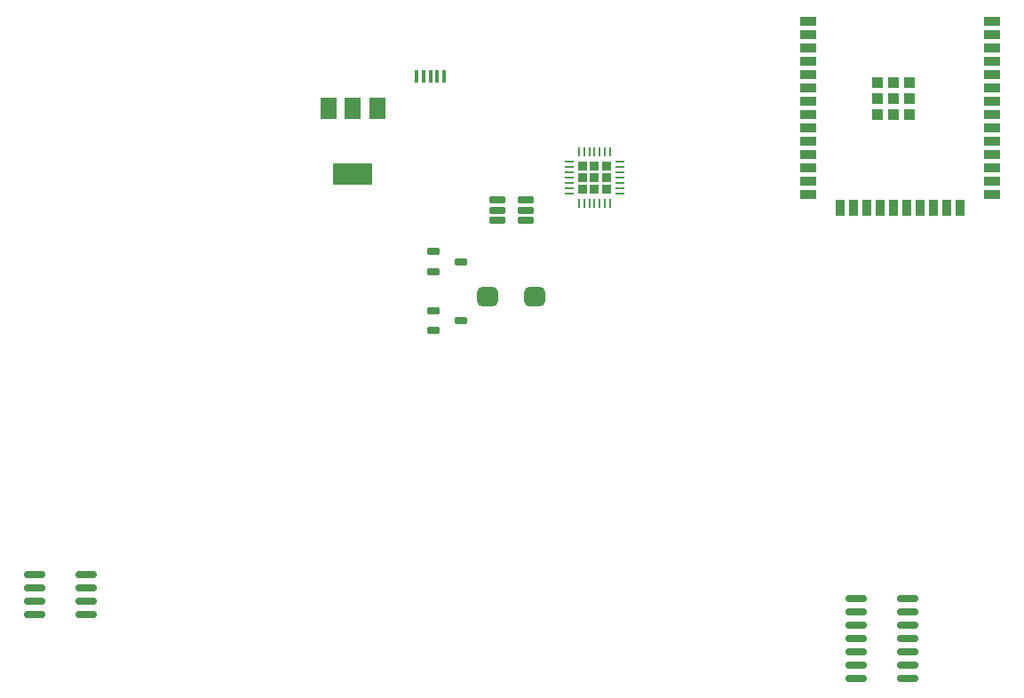
<source format=gbr>
%TF.GenerationSoftware,KiCad,Pcbnew,7.0.7*%
%TF.CreationDate,2024-02-11T13:34:09-07:00*%
%TF.ProjectId,TunerVCO,54756e65-7256-4434-9f2e-6b696361645f,rev?*%
%TF.SameCoordinates,Original*%
%TF.FileFunction,Paste,Top*%
%TF.FilePolarity,Positive*%
%FSLAX46Y46*%
G04 Gerber Fmt 4.6, Leading zero omitted, Abs format (unit mm)*
G04 Created by KiCad (PCBNEW 7.0.7) date 2024-02-11 13:34:09*
%MOMM*%
%LPD*%
G01*
G04 APERTURE LIST*
G04 Aperture macros list*
%AMRoundRect*
0 Rectangle with rounded corners*
0 $1 Rounding radius*
0 $2 $3 $4 $5 $6 $7 $8 $9 X,Y pos of 4 corners*
0 Add a 4 corners polygon primitive as box body*
4,1,4,$2,$3,$4,$5,$6,$7,$8,$9,$2,$3,0*
0 Add four circle primitives for the rounded corners*
1,1,$1+$1,$2,$3*
1,1,$1+$1,$4,$5*
1,1,$1+$1,$6,$7*
1,1,$1+$1,$8,$9*
0 Add four rect primitives between the rounded corners*
20,1,$1+$1,$2,$3,$4,$5,0*
20,1,$1+$1,$4,$5,$6,$7,0*
20,1,$1+$1,$6,$7,$8,$9,0*
20,1,$1+$1,$8,$9,$2,$3,0*%
G04 Aperture macros list end*
%ADD10R,1.500000X0.900000*%
%ADD11R,0.900000X1.500000*%
%ADD12R,1.050000X1.050000*%
%ADD13RoundRect,0.150000X-0.825000X-0.150000X0.825000X-0.150000X0.825000X0.150000X-0.825000X0.150000X0*%
%ADD14R,1.500000X2.000000*%
%ADD15R,3.800000X2.000000*%
%ADD16RoundRect,0.450000X-0.550000X-0.450000X0.550000X-0.450000X0.550000X0.450000X-0.550000X0.450000X0*%
%ADD17R,0.450000X1.300000*%
%ADD18RoundRect,0.162500X-0.447500X-0.162500X0.447500X-0.162500X0.447500X0.162500X-0.447500X0.162500X0*%
%ADD19RoundRect,0.062500X-0.062500X-0.337500X0.062500X-0.337500X0.062500X0.337500X-0.062500X0.337500X0*%
%ADD20RoundRect,0.062500X-0.337500X-0.062500X0.337500X-0.062500X0.337500X0.062500X-0.337500X0.062500X0*%
%ADD21RoundRect,0.225000X-0.225000X-0.225000X0.225000X-0.225000X0.225000X0.225000X-0.225000X0.225000X0*%
%ADD22RoundRect,0.162500X0.617500X0.162500X-0.617500X0.162500X-0.617500X-0.162500X0.617500X-0.162500X0*%
%ADD23RoundRect,0.150000X0.825000X0.150000X-0.825000X0.150000X-0.825000X-0.150000X0.825000X-0.150000X0*%
G04 APERTURE END LIST*
D10*
%TO.C,U304*%
X90912200Y98430000D03*
X90912200Y97160000D03*
X90912200Y95890000D03*
X90912200Y94620000D03*
X90912200Y93350000D03*
X90912200Y92080000D03*
X90912200Y90810000D03*
X90912200Y89540000D03*
X90912200Y88270000D03*
X90912200Y87000000D03*
X90912200Y85730000D03*
X90912200Y84460000D03*
X90912200Y83190000D03*
X90912200Y81920000D03*
D11*
X93952200Y80670000D03*
X95222200Y80670000D03*
X96492200Y80670000D03*
X97762200Y80670000D03*
X99032200Y80670000D03*
X100302200Y80670000D03*
X101572200Y80670000D03*
X102842200Y80670000D03*
X104112200Y80670000D03*
X105382200Y80670000D03*
D10*
X108412200Y81920000D03*
X108412200Y83190000D03*
X108412200Y84460000D03*
X108412200Y85730000D03*
X108412200Y87000000D03*
X108412200Y88270000D03*
X108412200Y89540000D03*
X108412200Y90810000D03*
X108412200Y92080000D03*
X108412200Y93350000D03*
X108412200Y94620000D03*
X108412200Y95890000D03*
X108412200Y97160000D03*
X108412200Y98430000D03*
D12*
X97457200Y92615000D03*
X97457200Y91090000D03*
X97457200Y89565000D03*
X98982200Y92615000D03*
X98982200Y91090000D03*
X98982200Y89565000D03*
X100507200Y92615000D03*
X100507200Y91090000D03*
X100507200Y89565000D03*
%TD*%
D13*
%TO.C,U303*%
X100397000Y43439000D03*
X100397000Y42169000D03*
X100397000Y40899000D03*
X100397000Y39629000D03*
X100397000Y38359000D03*
X100397000Y37089000D03*
X100397000Y35819000D03*
X95447000Y35819000D03*
X95447000Y37089000D03*
X95447000Y38359000D03*
X95447000Y39629000D03*
X95447000Y40899000D03*
X95447000Y42169000D03*
X95447000Y43439000D03*
%TD*%
D14*
%TO.C,U306*%
X45177600Y90150000D03*
X47477600Y90150000D03*
D15*
X47477600Y83850000D03*
D14*
X49777600Y90150000D03*
%TD*%
D16*
%TO.C,L301*%
X64840600Y72201700D03*
X60340600Y72201700D03*
%TD*%
D17*
%TO.C,J302*%
X53574000Y93184200D03*
X54224000Y93184200D03*
X54874000Y93184200D03*
X55524000Y93184200D03*
X56174000Y93184200D03*
%TD*%
D18*
%TO.C,Q302*%
X57739200Y69910200D03*
X55119200Y68960200D03*
X55119200Y70860200D03*
%TD*%
%TO.C,Q301*%
X57790000Y75544600D03*
X55170000Y74594600D03*
X55170000Y76494600D03*
%TD*%
D19*
%TO.C,U305*%
X69015400Y85995600D03*
X69515400Y85995600D03*
X70015400Y85995600D03*
X70515400Y85995600D03*
X71015400Y85995600D03*
X71515400Y85995600D03*
X72015400Y85995600D03*
D20*
X72965400Y85045600D03*
X72965400Y84545600D03*
X72965400Y84045600D03*
X72965400Y83545600D03*
X72965400Y83045600D03*
X72965400Y82545600D03*
X72965400Y82045600D03*
D19*
X72015400Y81095600D03*
X71515400Y81095600D03*
X71015400Y81095600D03*
X70515400Y81095600D03*
X70015400Y81095600D03*
X69515400Y81095600D03*
X69015400Y81095600D03*
D20*
X68065400Y82045600D03*
X68065400Y82545600D03*
X68065400Y83045600D03*
X68065400Y83545600D03*
X68065400Y84045600D03*
X68065400Y84545600D03*
X68065400Y85045600D03*
D21*
X71635400Y84665600D03*
X70515400Y82425600D03*
X70515400Y84665600D03*
X69395400Y83545600D03*
X71635400Y82425600D03*
X69395400Y82425600D03*
X71635400Y83545600D03*
X69395400Y84665600D03*
X70515400Y83545600D03*
%TD*%
D22*
%TO.C,U301*%
X61240600Y79496800D03*
X61240600Y80446800D03*
X61240600Y81396800D03*
X63940600Y81396800D03*
X63940600Y80446800D03*
X63940600Y79496800D03*
%TD*%
D23*
%TO.C,U201*%
X22083800Y41859200D03*
X22083800Y43129200D03*
X22083800Y44399200D03*
X22083800Y45669200D03*
X17133800Y45669200D03*
X17133800Y44399200D03*
X17133800Y43129200D03*
X17133800Y41859200D03*
%TD*%
M02*

</source>
